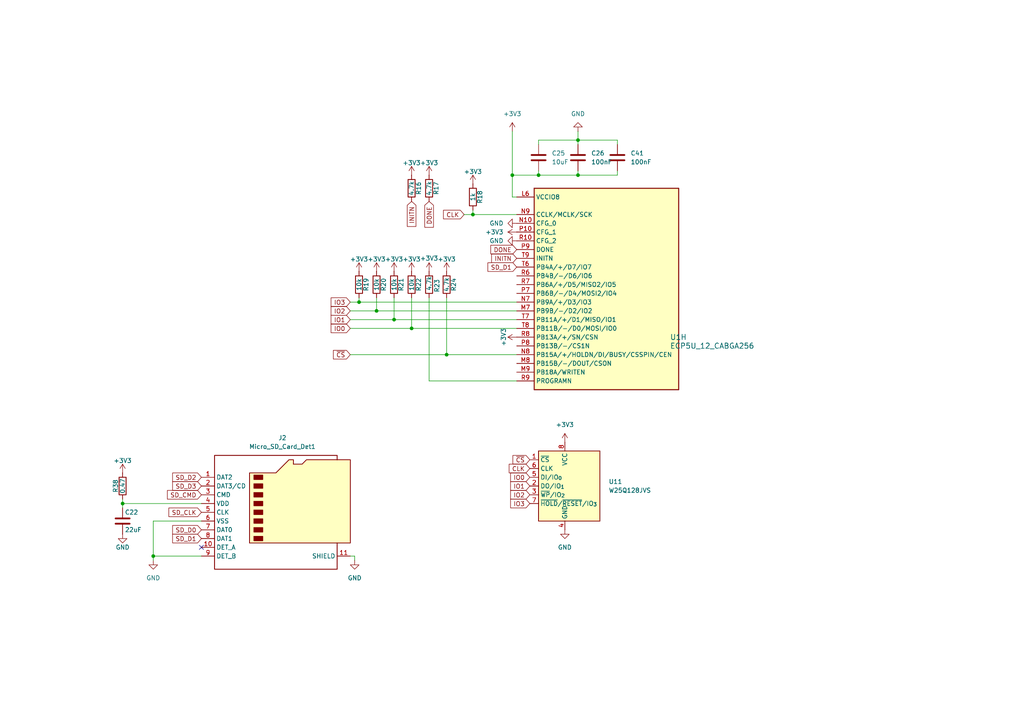
<source format=kicad_sch>
(kicad_sch (version 20250114) (generator "eeschema") (generator_version "9.0")
  (paper "A4")
  (lib_symbols
    (symbol "Connector:Micro_SD_Card_Det2"
      (property "Reference" "J" (at -16.51 17.78 0))
      (property "Value" "Micro_SD_Card_Det2" (at 16.51 17.78 0))
      (symbol "Micro_SD_Card_Det2_0_1"
        (polyline (pts (xy -8.89 -8.89) (xy -8.89 11.43) (xy -1.27 11.43) (xy 2.54 15.24) (xy 3.81 15.24) (xy 3.81 13.97) (xy 6.35 13.97) (xy 7.62 15.24) (xy 20.32 15.24) (xy 20.32 -8.89) (xy -8.89 -8.89)) (stroke (width 0.254)) (fill (type background)))
        (rectangle (start -7.62 10.795) (end -5.08 9.525) (stroke (width 0.254)) (fill (type outline)))
        (rectangle (start -7.62 8.255) (end -5.08 6.985) (stroke (width 0.254)) (fill (type outline)))
        (rectangle (start -7.62 5.715) (end -5.08 4.445) (stroke (width 0.254)) (fill (type outline)))
        (rectangle (start -7.62 3.175) (end -5.08 1.905) (stroke (width 0.254)) (fill (type outline)))
        (rectangle (start -7.62 0.635) (end -5.08 -0.635) (stroke (width 0.254)) (fill (type outline)))
        (rectangle (start -7.62 -1.905) (end -5.08 -3.175) (stroke (width 0.254)) (fill (type outline)))
        (rectangle (start -7.62 -4.445) (end -5.08 -5.715) (stroke (width 0.254)) (fill (type outline)))
        (rectangle (start -7.62 -6.985) (end -5.08 -8.255) (stroke (width 0.254)) (fill (type outline)))
        (polyline (pts (xy 16.51 15.24) (xy 16.51 16.51) (xy -19.05 16.51) (xy -19.05 -16.51) (xy 16.51 -16.51) (xy 16.51 -8.89)) (stroke (width 0.254)))
      )
      (symbol "Micro_SD_Card_Det2_1_1"
        (pin bidirectional line (at -22.86 10.16 0) (length 3.81) (name "DAT2") (number "1"))
        (pin bidirectional line (at -22.86 7.62 0) (length 3.81) (name "DAT3/CD") (number "2"))
        (pin input line (at -22.86 5.08 0) (length 3.81) (name "CMD") (number "3"))
        (pin power_in line (at -22.86 2.54 0) (length 3.81) (name "VDD") (number "4"))
        (pin input line (at -22.86 0 0) (length 3.81) (name "CLK") (number "5"))
        (pin power_in line (at -22.86 -2.54 0) (length 3.81) (name "VSS") (number "6"))
        (pin bidirectional line (at -22.86 -5.08 0) (length 3.81) (name "DAT0") (number "7"))
        (pin bidirectional line (at -22.86 -7.62 0) (length 3.81) (name "DAT1") (number "8"))
        (pin passive line (at -22.86 -10.16 0) (length 3.81) (name "DET_A") (number "10"))
        (pin passive line (at -22.86 -12.7 0) (length 3.81) (name "DET_B") (number "9"))
        (pin passive line (at 20.32 -12.7 180) (length 3.81) (name "SHIELD") (number "11"))
      )
    )
    (symbol "Device:C" (pin_numbers (hide yes)) (pin_names (offset 0.254))
      (property "Reference" "C" (at 0.635 2.54 0))
      (property "Value" "C" (at 0.635 -2.54 0))
      (symbol "C_0_1"
        (polyline (pts (xy -2.032 0.762) (xy 2.032 0.762)) (stroke (width 0.508)))
        (polyline (pts (xy -2.032 -0.762) (xy 2.032 -0.762)) (stroke (width 0.508)))
      )
      (symbol "C_1_1"
        (pin passive line (at 0 3.81 270) (length 2.794) (name "~") (number "1"))
        (pin passive line (at 0 -3.81 90) (length 2.794) (name "~") (number "2"))
      )
    )
    (symbol "Device:R" (pin_numbers (hide yes)) (pin_names (offset 0))
      (property "Reference" "R" (at 2.032 0 90))
      (property "Value" "R" (at 0 0 90))
      (symbol "R_0_1"
        (rectangle (start -1.016 -2.54) (end 1.016 2.54) (stroke (width 0.254)))
      )
      (symbol "R_1_1"
        (pin passive line (at 0 3.81 270) (length 1.27) (name "~") (number "1"))
        (pin passive line (at 0 -3.81 90) (length 1.27) (name "~") (number "2"))
      )
    )
    (symbol "ECP5U_12_CABGA256_4"
      (property "Reference" "U1" (at 22.86 -2.5399 0))
      (property "Value" "ECP5U_12_CABGA256" (at 22.86 -5.0799 0))
      (symbol "ECP5U_12_CABGA256_4_1_1"
        (rectangle (start -7.62 7.62) (end 6.35 -7.62) (stroke (width 0.001)) (fill (type background)))
        (pin power_in line (at -12.7 5.08 0) (length 5.08) (name "VCC[6]") (number "G6"))
        (pin power_in line (at -12.7 5.08 0) (length 5.08) (name "VCC[6]") (number "G7"))
        (pin power_in line (at -12.7 5.08 0) (length 5.08) (name "VCC[6]") (number "G9"))
        (pin power_in line (at -12.7 5.08 0) (length 5.08) (name "VCC[6]") (number "L10"))
        (pin power_in line (at -12.7 5.08 0) (length 5.08) (name "VCC[6]") (number "L8"))
        (pin power_in line (at -12.7 5.08 0) (length 5.08) (name "VCC[6]") (number "L9"))
        (pin power_in line (at -12.7 2.54 0) (length 5.08) (name "VCCAUX[2]") (number "G11"))
        (pin power_in line (at -12.7 2.54 0) (length 5.08) (name "VCCAUX[2]") (number "L7"))
        (pin power_in line (at -12.7 -5.08 0) (length 5.08) (name "GND[27]") (number "A1"))
        (pin power_in line (at -12.7 -5.08 0) (length 5.08) (name "GND[27]") (number "A16"))
        (pin power_in line (at -12.7 -5.08 0) (length 5.08) (name "GND[27]") (number "D15"))
        (pin power_in line (at -12.7 -5.08 0) (length 5.08) (name "GND[27]") (number "D2"))
        (pin power_in line (at -12.7 -5.08 0) (length 5.08) (name "GND[27]") (number "F8"))
        (pin power_in line (at -12.7 -5.08 0) (length 5.08) (name "GND[27]") (number "F9"))
        (pin power_in line (at -12.7 -5.08 0) (length 5.08) (name "GND[27]") (number "G10"))
        (pin power_in line (at -12.7 -5.08 0) (length 5.08) (name "GND[27]") (number "G8"))
        (pin power_in line (at -12.7 -5.08 0) (length 5.08) (name "GND[27]") (number "H1"))
        (pin power_in line (at -12.7 -5.08 0) (length 5.08) (name "GND[27]") (number "H10"))
        (pin power_in line (at -12.7 -5.08 0) (length 5.08) (name "GND[27]") (number "H16"))
        (pin power_in line (at -12.7 -5.08 0) (length 5.08) (name "GND[27]") (number "H8"))
        (pin power_in line (at -12.7 -5.08 0) (length 5.08) (name "GND[27]") (number "H9"))
        (pin power_in line (at -12.7 -5.08 0) (length 5.08) (name "GND[27]") (number "J10"))
        (pin power_in line (at -12.7 -5.08 0) (length 5.08) (name "GND[27]") (number "J8"))
        (pin power_in line (at -12.7 -5.08 0) (length 5.08) (name "GND[27]") (number "J9"))
        (pin power_in line (at -12.7 -5.08 0) (length 5.08) (name "GND[27]") (number "K10"))
        (pin power_in line (at -12.7 -5.08 0) (length 5.08) (name "GND[27]") (number "K6"))
        (pin power_in line (at -12.7 -5.08 0) (length 5.08) (name "GND[27]") (number "K7"))
        (pin power_in line (at -12.7 -5.08 0) (length 5.08) (name "GND[27]") (number "K8"))
        (pin power_in line (at -12.7 -5.08 0) (length 5.08) (name "GND[27]") (number "K9"))
        (pin power_in line (at -12.7 -5.08 0) (length 5.08) (name "GND[27]") (number "N15"))
        (pin power_in line (at -12.7 -5.08 0) (length 5.08) (name "GND[27]") (number "N2"))
        (pin power_in line (at -12.7 -5.08 0) (length 5.08) (name "GND[27]") (number "T1"))
        (pin power_in line (at -12.7 -5.08 0) (length 5.08) (name "GND[27]") (number "T12"))
        (pin power_in line (at -12.7 -5.08 0) (length 5.08) (name "GND[27]") (number "T16"))
        (pin power_in line (at -12.7 -5.08 0) (length 5.08) (name "GND[27]") (number "T5"))
      )
      (symbol "ECP5U_12_CABGA256_4_2_1"
        (rectangle (start -16.51 40.64) (end 8.89 -27.94) (stroke (width 0.305)) (fill (type background)))
        (pin power_in line (at -21.59 38.1 0) (length 5.08) (name "VCCIO0[2]") (number "F6"))
        (pin power_in line (at -21.59 38.1 0) (length 5.08) (name "VCCIO0[2]") (number "F7"))
        (pin bidirectional line (at -21.59 33.02 0) (length 5.08) (name "PT4A/+") (number "A2"))
        (pin bidirectional line (at -21.59 30.48 0) (length 5.08) (name "PT4B/-") (number "B3"))
        (pin bidirectional line (at -21.59 27.94 0) (length 5.08) (name "PT6A/+") (number "A3"))
        (pin bidirectional line (at -21.59 25.4 0) (length 5.08) (name "PT6B/-") (number "A4"))
        (pin bidirectional line (at -21.59 22.86 0) (length 5.08) (name "PT9A/+") (number "E4"))
        (pin bidirectional line (at -21.59 20.32 0) (length 5.08) (name "PT9B/-") (number "D4"))
        (pin bidirectional line (at -21.59 17.78 0) (length 5.08) (name "PT11A/+") (number "C4"))
        (pin bidirectional line (at -21.59 15.24 0) (length 5.08) (name "PT11B/-") (number "B4"))
        (pin bidirectional line (at -21.59 12.7 0) (length 5.08) (name "PT13A/+") (number "E5"))
        (pin bidirectional line (at -21.59 10.16 0) (length 5.08) (name "PT13B/-") (number "D5"))
        (pin bidirectional line (at -21.59 7.62 0) (length 5.08) (name "PT15A/+") (number "C5"))
        (pin bidirectional line (at -21.59 5.08 0) (length 5.08) (name "PT15B/-") (number "B5"))
        (pin bidirectional line (at -21.59 2.54 0) (length 5.08) (name "PT18A/+") (number "A5"))
        (pin bidirectional line (at -21.59 0 0) (length 5.08) (name "PT18B/-") (number "A6"))
        (pin bidirectional line (at -21.59 -2.54 0) (length 5.08) (name "PT20A/+") (number "E6"))
        (pin bidirectional line (at -21.59 -5.08 0) (length 5.08) (name "PT20B/-") (number "D6"))
        (pin bidirectional line (at -21.59 -7.62 0) (length 5.08) (name "PT22A/+") (number "C6"))
        (pin bidirectional line (at -21.59 -10.16 0) (length 5.08) (name "PT22B/-") (number "B6"))
        (pin bidirectional line (at -21.59 -12.7 0) (length 5.08) (name "PT24A/+/GR_PCLK0_1") (number "E7"))
        (pin bidirectional line (at -21.59 -15.24 0) (length 5.08) (name "PT24B/-/GR_PCLK0_0") (number "D7"))
        (pin bidirectional line (at -21.59 -17.78 0) (length 5.08) (name "PT27A/+/PCLKT0_1") (number "C7"))
        (pin bidirectional line (at -21.59 -20.32 0) (length 5.08) (name "PT27B/-/PCLKC0_1") (number "B7"))
        (pin bidirectional line (at -21.59 -22.86 0) (length 5.08) (name "PT29A/+/PCLKT0_0") (number "A7"))
        (pin bidirectional line (at -21.59 -25.4 0) (length 5.08) (name "PT29B/-/PCLKC0_0") (number "A8"))
      )
      (symbol "ECP5U_12_CABGA256_4_3_1"
        (rectangle (start -16.51 40.64) (end 8.89 -48.26) (stroke (width 0.305)) (fill (type background)))
        (pin power_in line (at -21.59 38.1 0) (length 5.08) (name "VCCIO1[2]") (number "F10"))
        (pin power_in line (at -21.59 38.1 0) (length 5.08) (name "VCCIO1[2]") (number "F11"))
        (pin bidirectional line (at -21.59 33.02 0) (length 5.08) (name "PT33A/+/PCLKT1_1") (number "E8"))
        (pin bidirectional line (at -21.59 30.48 0) (length 5.08) (name "PT33B/-/PCLKC1_1") (number "D8"))
        (pin bidirectional line (at -21.59 27.94 0) (length 5.08) (name "PT35A/+/PCLKT1_0") (number "C8"))
        (pin bidirectional line (at -21.59 25.4 0) (length 5.08) (name "PT35B/-/PCLKC1_0") (number "B8"))
        (pin bidirectional line (at -21.59 22.86 0) (length 5.08) (name "PT38A/+/GR_PCLK1_0") (number "B9"))
        (pin bidirectional line (at -21.59 20.32 0) (length 5.08) (name "PT38B/-/GR_PCLK1_1") (number "C9"))
        (pin bidirectional line (at -21.59 17.78 0) (length 5.08) (name "PT40A/+") (number "D9"))
        (pin bidirectional line (at -21.59 15.24 0) (length 5.08) (name "PT40B/-") (number "E9"))
        (pin bidirectional line (at -21.59 12.7 0) (length 5.08) (name "PT42A/+") (number "A9"))
        (pin bidirectional line (at -21.59 10.16 0) (length 5.08) (name "PT42B/-") (number "A10"))
        (pin bidirectional line (at -21.59 7.62 0) (length 5.08) (name "PT44A/+") (number "B10"))
        (pin bidirectional line (at -21.59 5.08 0) (length 5.08) (name "PT44B/-") (number "C10"))
        (pin bidirectional line (at -21.59 2.54 0) (length 5.08) (name "PT47A/+") (number "D10"))
        (pin bidirectional line (at -21.59 0 0) (length 5.08) (name "PT47B/-") (number "E10"))
        (pin bidirectional line (at -21.59 -2.54 0) (length 5.08) (name "PT49A/+") (number "B11"))
        (pin bidirectional line (at -21.59 -5.08 0) (length 5.08) (name "PT49B/-") (number "C11"))
        (pin bidirectional line (at -21.59 -7.62 0) (length 5.08) (name "PT51A/+") (number "D11"))
        (pin bidirectional line (at -21.59 -10.16 0) (length 5.08) (name "PT51B/-") (number "E11"))
        (pin bidirectional line (at -21.59 -12.7 0) (length 5.08) (name "PT53A/+") (number "A11"))
        (pin bidirectional line (at -21.59 -15.24 0) (length 5.08) (name "PT53B/-") (number "A12"))
        (pin bidirectional line (at -21.59 -17.78 0) (length 5.08) (name "PT56A/+") (number "B12"))
        (pin bidirectional line (at -21.59 -20.32 0) (length 5.08) (name "PT56B/-") (number "C12"))
        (pin bidirectional line (at -21.59 -22.86 0) (length 5.08) (name "PT58A/+") (number "D12"))
        (pin bidirectional line (at -21.59 -25.4 0) (length 5.08) (name "PT58B/-") (number "E12"))
        (pin bidirectional line (at -21.59 -27.94 0) (length 5.08) (name "PT60A/+") (number "B13"))
        (pin bidirectional line (at -21.59 -30.48 0) (length 5.08) (name "PT60B/-") (number "C13"))
        (pin bidirectional line (at -21.59 -33.02 0) (length 5.08) (name "PT62A/+") (number "D13"))
        (pin bidirectional line (at -21.59 -35.56 0) (length 5.08) (name "PT62B/-") (number "E13"))
        (pin bidirectional line (at -21.59 -38.1 0) (length 5.08) (name "PT65A/+") (number "A13"))
        (pin bidirectional line (at -21.59 -40.64 0) (length 5.08) (name "PT65B/-") (number "A14"))
        (pin bidirectional line (at -21.59 -43.18 0) (length 5.08) (name "PT67A/+") (number "B14"))
        (pin bidirectional line (at -21.59 -45.72 0) (length 5.08) (name "PT67B/-") (number "A15"))
      )
      (symbol "ECP5U_12_CABGA256_4_4_1"
        (rectangle (start -16.51 40.64) (end 21.59 -48.26) (stroke (width 0.305)) (fill (type background)))
        (pin power_in line (at -21.59 38.1 0) (length 5.08) (name "VCCIO2[2]") (number "H11"))
        (pin power_in line (at -21.59 38.1 0) (length 5.08) (name "VCCIO2[2]") (number "J11"))
        (pin bidirectional line (at -21.59 33.02 0) (length 5.08) (name "PR2A/+/HS/RDQ8") (number "B16"))
        (pin bidirectional line (at -21.59 30.48 0) (length 5.08) (name "PR2B/-/S0_IN/HS/RDQ8") (number "B15"))
        (pin bidirectional line (at -21.59 27.94 0) (length 5.08) (name "PR2C/+/RDQ8") (number "C14"))
        (pin bidirectional line (at -21.59 25.4 0) (length 5.08) (name "PR2D/-/RDQ8") (number "D14"))
        (pin bidirectional line (at -21.59 22.86 0) (length 5.08) (name "PR5A/+/HS/RDQ8") (number "C16"))
        (pin bidirectional line (at -21.59 20.32 0) (length 5.08) (name "PR5B/-/HS/RDQ8") (number "C15"))
        (pin bidirectional line (at -21.59 17.78 0) (length 5.08) (name "PR5C/+/RDQ8") (number "E14"))
        (pin bidirectional line (at -21.59 15.24 0) (length 5.08) (name "PR5D/-/RDQ8") (number "F14"))
        (pin bidirectional line (at -21.59 12.7 0) (length 5.08) (name "PR8A/+/HS/RDQS8") (number "D16"))
        (pin bidirectional line (at -21.59 10.16 0) (length 5.08) (name "PR8B/-/HS/RDQSN8") (number "E15"))
        (pin bidirectional line (at -21.59 7.62 0) (length 5.08) (name "PR8C/+/RDQ8") (number "F13"))
        (pin bidirectional line (at -21.59 5.08 0) (length 5.08) (name "PR8D/-/RDQ8") (number "F12"))
        (pin bidirectional line (at -21.59 2.54 0) (length 5.08) (name "PR11A/+/HS/RDQ8") (number "G12"))
        (pin bidirectional line (at -21.59 0 0) (length 5.08) (name "PR11B/-/HS/RDQ8") (number "G13"))
        (pin bidirectional line (at -21.59 -2.54 0) (length 5.08) (name "PR11C/+/RDQ8") (number "F15"))
        (pin bidirectional line (at -21.59 -5.08 0) (length 5.08) (name "PR11D/-/RDQ8") (number "E16"))
        (pin bidirectional line (at -21.59 -7.62 0) (length 5.08) (name "PR14A/+/HS/RDQ20") (number "F16"))
        (pin bidirectional line (at -21.59 -10.16 0) (length 5.08) (name "PR14B/-/HS/RDQ20") (number "G15"))
        (pin bidirectional line (at -21.59 -12.7 0) (length 5.08) (name "PR14C/+/VREF1_2/RDQ20") (number "G14"))
        (pin bidirectional line (at -21.59 -15.24 0) (length 5.08) (name "PR14D/-/RDQ20") (number "H14"))
        (pin bidirectional line (at -21.59 -17.78 0) (length 5.08) (name "PR17A/+/HS/RDQ20") (number "H12"))
        (pin bidirectional line (at -21.59 -20.32 0) (length 5.08) (name "PR17B/-/HS/RDQ20") (number "H13"))
        (pin bidirectional line (at -21.59 -22.86 0) (length 5.08) (name "PR17C/+/RDQ20") (number "J13"))
        (pin bidirectional line (at -21.59 -25.4 0) (length 5.08) (name "PR17D/-/RDQ20") (number "J12"))
        (pin bidirectional line (at -21.59 -27.94 0) (length 5.08) (name "PR20A/+/GR_PCLK2_1/HS/RDQS20") (number "G16"))
        (pin bidirectional line (at -21.59 -30.48 0) (length 5.08) (name "PR20B/-/HS/RDQSN20") (number "H15"))
        (pin bidirectional line (at -21.59 -33.02 0) (length 5.08) (name "PR20C/+/GR_PCLK2_0/RDQ20") (number "J14"))
        (pin bidirectional line (at -21.59 -35.56 0) (length 5.08) (name "PR20D/-/RDQ20") (number "K14"))
        (pin bidirectional line (at -21.59 -38.1 0) (length 5.08) (name "PR23A/+/PCLKT2_1/HS/RDQ20") (number "J16"))
        (pin bidirectional line (at -21.59 -40.64 0) (length 5.08) (name "PR23B/-/PCLKC2_1/HS/RDQ20") (number "J15"))
        (pin bidirectional line (at -21.59 -43.18 0) (length 5.08) (name "PR23C/+/PCLKT2_0/RDQ20") (number "K16"))
        (pin bidirectional line (at -21.59 -45.72 0) (length 5.08) (name "PR23D/-/PCLKC2_0/RDQ20") (number "K15"))
      )
      (symbol "ECP5U_12_CABGA256_4_5_1"
        (rectangle (start -16.51 40.64) (end 19.05 -48.26) (stroke (width 0.305)) (fill (type background)))
        (pin power_in line (at -21.59 38.1 0) (length 5.08) (name "VCCIO3[2]") (number "K11"))
        (pin power_in line (at -21.59 38.1 0) (length 5.08) (name "VCCIO3[2]") (number "L11"))
        (pin bidirectional line (at -21.59 33.02 0) (length 5.08) (name "PR26A/+/PCLKT3_1/HS/RDQ32") (number "L16"))
        (pin bidirectional line (at -21.59 30.48 0) (length 5.08) (name "PR26B/-/PCLKC3_1/HS/RDQ32") (number "L15"))
        (pin bidirectional line (at -21.59 27.94 0) (length 5.08) (name "PR26C/+/PCLKT3_0/RDQ32") (number "M16"))
        (pin bidirectional line (at -21.59 25.4 0) (length 5.08) (name "PR26D/-/PCLKC3_0/RDQ32") (number "M15"))
        (pin bidirectional line (at -21.59 22.86 0) (length 5.08) (name "PR29A/+/GR_PCLK3_0/HS/RDQ32") (number "K13"))
        (pin bidirectional line (at -21.59 20.32 0) (length 5.08) (name "PR29B/-/HS/RDQ32") (number "K12"))
        (pin bidirectional line (at -21.59 17.78 0) (length 5.08) (name "PR29C/+/GR_PCLK3_1/RDQ32") (number "L13"))
        (pin bidirectional line (at -21.59 15.24 0) (length 5.08) (name "PR29D/-/RDQ32") (number "L12"))
        (pin bidirectional line (at -21.59 12.7 0) (length 5.08) (name "PR32A/+/HS/RDQS32") (number "N16"))
        (pin bidirectional line (at -21.59 10.16 0) (length 5.08) (name "PR32B/-/HS/RDQSN32") (number "P15"))
        (pin bidirectional line (at -21.59 7.62 0) (length 5.08) (name "PR32C/+/RDQ32") (number "L14"))
        (pin bidirectional line (at -21.59 5.08 0) (length 5.08) (name "PR32D/-/RDQ32") (number "M14"))
        (pin bidirectional line (at -21.59 2.54 0) (length 5.08) (name "PR35A/+/HS/RDQ32") (number "P16"))
        (pin bidirectional line (at -21.59 0 0) (length 5.08) (name "PR35B/-/VREF1_3/HS/RDQ32") (number "R16"))
        (pin bidirectional line (at -21.59 -2.54 0) (length 5.08) (name "PR35C/+/RDQ32") (number "M13"))
        (pin bidirectional line (at -21.59 -5.08 0) (length 5.08) (name "PR35D/-/RDQ32") (number "N14"))
        (pin bidirectional line (at -21.59 -7.62 0) (length 5.08) (name "PR38A/+/HS/RDQ44") (number "N13"))
        (pin bidirectional line (at -21.59 -10.16 0) (length 5.08) (name "PR38B/-/HS/RDQ44") (number "P14"))
        (pin bidirectional line (at -21.59 -12.7 0) (length 5.08) (name "PR38C/+/RDQ44") (number "R15"))
        (pin bidirectional line (at -21.59 -15.24 0) (length 5.08) (name "PR38D/-/RDQ44") (number "T15"))
        (pin bidirectional line (at -21.59 -17.78 0) (length 5.08) (name "PR41A/+/HS/RDQ44") (number "P13"))
        (pin bidirectional line (at -21.59 -20.32 0) (length 5.08) (name "PR41B/-/HS/RDQ44") (number "R14"))
        (pin bidirectional line (at -21.59 -22.86 0) (length 5.08) (name "PR41C/+/RDQ44") (number "R13"))
        (pin bidirectional line (at -21.59 -25.4 0) (length 5.08) (name "PR41D/-/RDQ44") (number "T14"))
        (pin bidirectional line (at -21.59 -27.94 0) (length 5.08) (name "PR44A/+/HS/RDQS44") (number "R12"))
        (pin bidirectional line (at -21.59 -30.48 0) (length 5.08) (name "PR44B/-/HS/RDQSN44") (number "T13"))
        (pin bidirectional line (at -21.59 -33.02 0) (length 5.08) (name "PR44C/+/RDQ44") (number "M12"))
        (pin bidirectional line (at -21.59 -35.56 0) (length 5.08) (name "PR44D/-/RDQ44") (number "N12"))
        (pin bidirectional line (at -21.59 -38.1 0) (length 5.08) (name "PR47A/+/HS/RDQ44") (number "M11"))
        (pin bidirectional line (at -21.59 -40.64 0) (length 5.08) (name "PR47B/-/HS/RDQ44") (number "N11"))
        (pin bidirectional line (at -21.59 -43.18 0) (length 5.08) (name "PR47C/+/LRC_GPLL0T_IN/RDQ44") (number "P11"))
        (pin bidirectional line (at -21.59 -45.72 0) (length 5.08) (name "PR47D/-/LRC_GPLL0C_IN/RDQ44") (number "P12"))
      )
      (symbol "ECP5U_12_CABGA256_4_6_1"
        (rectangle (start -16.51 40.64) (end 19.05 -48.26) (stroke (width 0.305)) (fill (type background)))
        (pin power_in line (at -21.59 38.1 0) (length 5.08) (name "VCCIO6[2]") (number "J6"))
        (pin power_in line (at -21.59 38.1 0) (length 5.08) (name "VCCIO6[2]") (number "J7"))
        (pin bidirectional line (at -21.59 33.02 0) (length 5.08) (name "PL26A/+/PCLKT6_1/HS/LDQ32") (number "L1"))
        (pin bidirectional line (at -21.59 30.48 0) (length 5.08) (name "PL26B/-/PCLKC6_1/HS/LDQ32") (number "L2"))
        (pin bidirectional line (at -21.59 27.94 0) (length 5.08) (name "PL26C/+/PCLKT6_0/LDQ32") (number "M1"))
        (pin bidirectional line (at -21.59 25.4 0) (length 5.08) (name "PL26D/-/PCLKC6_0/LDQ32") (number "M2"))
        (pin bidirectional line (at -21.59 22.86 0) (length 5.08) (name "PL29A/+/GR_PCLK6_0/HS/LDQ32") (number "K4"))
        (pin bidirectional line (at -21.59 20.32 0) (length 5.08) (name "PL29B/-/HS/LDQ32") (number "K5"))
        (pin bidirectional line (at -21.59 17.78 0) (length 5.08) (name "PL29C/+/GR_PCLK6_1/LDQ32") (number "L4"))
        (pin bidirectional line (at -21.59 15.24 0) (length 5.08) (name "PL29D/-/LDQ32") (number "L5"))
        (pin bidirectional line (at -21.59 12.7 0) (length 5.08) (name "PL32A/+/HS/LDQS32") (number "N1"))
        (pin bidirectional line (at -21.59 10.16 0) (length 5.08) (name "PL32B/-/HS/LDQSN32") (number "P2"))
        (pin bidirectional line (at -21.59 7.62 0) (length 5.08) (name "PL32C/+/LDQ32") (number "L3"))
        (pin bidirectional line (at -21.59 5.08 0) (length 5.08) (name "PL32D/-/LDQ32") (number "M3"))
        (pin bidirectional line (at -21.59 2.54 0) (length 5.08) (name "PL35A/+/HS/LDQ32") (number "P1"))
        (pin bidirectional line (at -21.59 0 0) (length 5.08) (name "PL35B/-/VREF1_6/HS/LDQ32") (number "R1"))
        (pin bidirectional line (at -21.59 -2.54 0) (length 5.08) (name "PL35C/+/LDQ32") (number "M4"))
        (pin bidirectional line (at -21.59 -5.08 0) (length 5.08) (name "PL35D/-/LDQ32") (number "N3"))
        (pin bidirectional line (at -21.59 -7.62 0) (length 5.08) (name "PL38A/+/HS/LDQ44") (number "N4"))
        (pin bidirectional line (at -21.59 -10.16 0) (length 5.08) (name "PL38B/-/HS/LDQ44") (number "P3"))
        (pin bidirectional line (at -21.59 -12.7 0) (length 5.08) (name "PL38C/+/LDQ44") (number "R2"))
        (pin bidirectional line (at -21.59 -15.24 0) (length 5.08) (name "PL38D/-/LDQ44") (number "T2"))
        (pin bidirectional line (at -21.59 -17.78 0) (length 5.08) (name "PL41A/+/HS/LDQ44") (number "P4"))
        (pin bidirectional line (at -21.59 -20.32 0) (length 5.08) (name "PL41B/-/HS/LDQ44") (number "R3"))
        (pin bidirectional line (at -21.59 -22.86 0) (length 5.08) (name "PL41C/+/LDQ44") (number "R4"))
        (pin bidirectional line (at -21.59 -25.4 0) (length 5.08) (name "PL41D/-/LDQ44") (number "T3"))
        (pin bidirectional line (at -21.59 -27.94 0) (length 5.08) (name "PL44A/+/HS/LDQS44") (number "R5"))
        (pin bidirectional line (at -21.59 -30.48 0) (length 5.08) (name "PL44B/-/HS/LDQSN44") (number "T4"))
        (pin bidirectional line (at -21.59 -33.02 0) (length 5.08) (name "PL44C/+/LDQ44") (number "M5"))
        (pin bidirectional line (at -21.59 -35.56 0) (length 5.08) (name "PL44D/-/LDQ44") (number "N5"))
        (pin bidirectional line (at -21.59 -38.1 0) (length 5.08) (name "PL47A/+/HS/LDQ44") (number "M6"))
        (pin bidirectional line (at -21.59 -40.64 0) (length 5.08) (name "PL47B/-/HS/LDQ44") (number "N6"))
        (pin bidirectional line (at -21.59 -43.18 0) (length 5.08) (name "PL47C/+/LLC_GPLL0T_IN/LDQ44") (number "P6"))
        (pin bidirectional line (at -21.59 -45.72 0) (length 5.08) (name "PL47D/-/LLC_GPLL0C_IN/LDQ44") (number "P5"))
      )
      (symbol "ECP5U_12_CABGA256_4_7_1"
        (rectangle (start -16.51 40.64) (end 20.32 -46.99) (stroke (width 0.305)) (fill (type background)))
        (pin power_in line (at -21.59 38.1 0) (length 5.08) (name "VCCIO7[2]") (number "H6"))
        (pin power_in line (at -21.59 38.1 0) (length 5.08) (name "VCCIO7[2]") (number "H7"))
        (pin bidirectional line (at -21.59 34.29 0) (length 5.08) (name "PL2A/+/HS/LDQ8") (number "B1"))
        (pin bidirectional line (at -21.59 31.75 0) (length 5.08) (name "PL2B/-/HS/LDQ8") (number "B2"))
        (pin bidirectional line (at -21.59 29.21 0) (length 5.08) (name "PL2C/+/LDQ8") (number "C3"))
        (pin bidirectional line (at -21.59 26.67 0) (length 5.08) (name "PL2D/-/LDQ8") (number "D3"))
        (pin bidirectional line (at -21.59 24.13 0) (length 5.08) (name "PL5A/+/HS/LDQ8") (number "C1"))
        (pin bidirectional line (at -21.59 21.59 0) (length 5.08) (name "PL5B/-/HS/LDQ8") (number "C2"))
        (pin bidirectional line (at -21.59 19.05 0) (length 5.08) (name "PL5C/+/LDQ8") (number "E3"))
        (pin bidirectional line (at -21.59 16.51 0) (length 5.08) (name "PL5D/-/LDQ8") (number "F3"))
        (pin bidirectional line (at -21.59 13.97 0) (length 5.08) (name "PL8A/+/HS/LDQS8") (number "D1"))
        (pin bidirectional line (at -21.59 11.43 0) (length 5.08) (name "PL8B/-/HS/LDQSN8") (number "E2"))
        (pin bidirectional line (at -21.59 8.89 0) (length 5.08) (name "PL8C/+/LDQ8") (number "F4"))
        (pin bidirectional line (at -21.59 6.35 0) (length 5.08) (name "PL8D/-/LDQ8") (number "F5"))
        (pin bidirectional line (at -21.59 3.81 0) (length 5.08) (name "PL11A/+/HS/LDQ8") (number "G5"))
        (pin bidirectional line (at -21.59 1.27 0) (length 5.08) (name "PL11B/-/HS/LDQ8") (number "G4"))
        (pin bidirectional line (at -21.59 -1.27 0) (length 5.08) (name "PL11C/+/LDQ8") (number "F2"))
        (pin bidirectional line (at -21.59 -3.81 0) (length 5.08) (name "PL11D/-/LDQ8") (number "E1"))
        (pin bidirectional line (at -21.59 -6.35 0) (length 5.08) (name "PL14A/+/HS/LDQ20") (number "F1"))
        (pin bidirectional line (at -21.59 -8.89 0) (length 5.08) (name "PL14B/-/HS/LDQ20") (number "G2"))
        (pin bidirectional line (at -21.59 -11.43 0) (length 5.08) (name "PL14C/+/VREF1_7/LDQ20") (number "G3"))
        (pin bidirectional line (at -21.59 -13.97 0) (length 5.08) (name "PL14D/-/LDQ20") (number "H3"))
        (pin bidirectional line (at -21.59 -16.51 0) (length 5.08) (name "PL17A/+/HS/LDQ20") (number "H5"))
        (pin bidirectional line (at -21.59 -19.05 0) (length 5.08) (name "PL17B/-/HS/LDQ20") (number "H4"))
        (pin bidirectional line (at -21.59 -21.59 0) (length 5.08) (name "PL17C/+/LDQ20") (number "J4"))
        (pin bidirectional line (at -21.59 -24.13 0) (length 5.08) (name "PL17D/-/LDQ20") (number "J5"))
        (pin bidirectional line (at -21.59 -26.67 0) (length 5.08) (name "PL20A/+/GR_PCLK7_1/HS/LDQS20") (number "G1"))
        (pin bidirectional line (at -21.59 -29.21 0) (length 5.08) (name "PL20B/-/HS/LDQSN20") (number "H2"))
        (pin bidirectional line (at -21.59 -31.75 0) (length 5.08) (name "PL20C/+/GR_PCLK7_0/LDQ20") (number "J3"))
        (pin bidirectional line (at -21.59 -34.29 0) (length 5.08) (name "PL20D/-/LDQ20") (number "K3"))
        (pin bidirectional line (at -21.59 -36.83 0) (length 5.08) (name "PL23A/+/PCLKT7_1/HS/LDQ20") (number "J1"))
        (pin bidirectional line (at -21.59 -39.37 0) (length 5.08) (name "PL23B/-/PCLKC7_1/HS/LDQ20") (number "J2"))
        (pin bidirectional line (at -21.59 -41.91 0) (length 5.08) (name "PL23C/+/PCLKT7_0/LDQ20") (number "K1"))
        (pin bidirectional line (at -21.59 -44.45 0) (length 5.08) (name "PL23D/-/PCLKC7_0/LDQ20") (number "K2"))
      )
      (symbol "ECP5U_12_CABGA256_4_8_1"
        (rectangle (start -16.51 40.64) (end 25.4 -17.78) (stroke (width 0.305)) (fill (type background)))
        (pin power_in line (at -21.59 38.1 0) (length 5.08) (name "VCCIO8") (number "L6"))
        (pin bidirectional line (at -21.59 33.02 0) (length 5.08) (name "CCLK/MCLK/SCK") (number "N9"))
        (pin bidirectional line (at -21.59 30.48 0) (length 5.08) (name "CFG_0") (number "N10"))
        (pin bidirectional line (at -21.59 27.94 0) (length 5.08) (name "CFG_1") (number "P10"))
        (pin bidirectional line (at -21.59 25.4 0) (length 5.08) (name "CFG_2") (number "R10"))
        (pin bidirectional line (at -21.59 22.86 0) (length 5.08) (name "DONE") (number "P9"))
        (pin bidirectional line (at -21.59 20.32 0) (length 5.08) (name "INITN") (number "T9"))
        (pin bidirectional line (at -21.59 17.78 0) (length 5.08) (name "PB4A/+/D7/IO7") (number "T6"))
        (pin bidirectional line (at -21.59 15.24 0) (length 5.08) (name "PB4B/-/D6/IO6") (number "R6"))
        (pin bidirectional line (at -21.59 12.7 0) (length 5.08) (name "PB6A/+/D5/MISO2/IO5") (number "R7"))
        (pin bidirectional line (at -21.59 10.16 0) (length 5.08) (name "PB6B/-/D4/MOSI2/IO4") (number "P7"))
        (pin bidirectional line (at -21.59 7.62 0) (length 5.08) (name "PB9A/+/D3/IO3") (number "N7"))
        (pin bidirectional line (at -21.59 5.08 0) (length 5.08) (name "PB9B/-/D2/IO2") (number "M7"))
        (pin bidirectional line (at -21.59 2.54 0) (length 5.08) (name "PB11A/+/D1/MISO/IO1") (number "T7"))
        (pin bidirectional line (at -21.59 0 0) (length 5.08) (name "PB11B/-/D0/MOSI/IO0") (number "T8"))
        (pin bidirectional line (at -21.59 -2.54 0) (length 5.08) (name "PB13A/+/SN/CSN") (number "R8"))
        (pin bidirectional line (at -21.59 -5.08 0) (length 5.08) (name "PB13B/-/CS1N") (number "P8"))
        (pin bidirectional line (at -21.59 -7.62 0) (length 5.08) (name "PB15A/+/HOLDN/DI/BUSY/CSSPIN/CEN") (number "N8"))
        (pin bidirectional line (at -21.59 -10.16 0) (length 5.08) (name "PB15B/-/DOUT/CSON") (number "M8"))
        (pin bidirectional line (at -21.59 -12.7 0) (length 5.08) (name "PB18A/WRITEN") (number "M9"))
        (pin bidirectional line (at -21.59 -15.24 0) (length 5.08) (name "PROGRAMN") (number "R9"))
      )
      (symbol "ECP5U_12_CABGA256_4_9_1"
        (rectangle (start -2.54 6.35) (end 5.08 -6.35) (stroke (width 0.305)) (fill (type background)))
        (pin bidirectional line (at -7.62 3.81 0) (length 5.08) (name "TCK") (number "T10"))
        (pin bidirectional line (at -7.62 1.27 0) (length 5.08) (name "TDI") (number "R11"))
        (pin bidirectional line (at -7.62 -1.27 0) (length 5.08) (name "TDO") (number "M10"))
        (pin bidirectional line (at -7.62 -3.81 0) (length 5.08) (name "TMS") (number "T11"))
      )
    )
    (symbol "Memory_Flash:W25Q128JVS"
      (property "Reference" "U" (at -6.35 11.43 0))
      (property "Value" "W25Q128JVS" (at 7.62 11.43 0))
      (symbol "W25Q128JVS_0_1"
        (rectangle (start -7.62 10.16) (end 10.16 -10.16) (stroke (width 0.254)) (fill (type background)))
      )
      (symbol "W25Q128JVS_1_1"
        (pin input line (at -10.16 7.62 0) (length 2.54) (name "~{CS}") (number "1"))
        (pin input line (at -10.16 5.08 0) (length 2.54) (name "CLK") (number "6"))
        (pin bidirectional line (at -10.16 2.54 0) (length 2.54) (name "DI/IO_{0}") (number "5"))
        (pin bidirectional line (at -10.16 0 0) (length 2.54) (name "DO/IO_{1}") (number "2"))
        (pin bidirectional line (at -10.16 -2.54 0) (length 2.54) (name "~{WP}/IO_{2}") (number "3"))
        (pin bidirectional line (at -10.16 -5.08 0) (length 2.54) (name "~{HOLD}/~{RESET}/IO_{3}") (number "7"))
        (pin power_in line (at 0 12.7 270) (length 2.54) (name "VCC") (number "8"))
        (pin power_in line (at 0 -12.7 90) (length 2.54) (name "GND") (number "4"))
      )
    )
    (symbol "power:+3V3" (power) (pin_numbers (hide yes)) (pin_names (offset 0) (hide yes))
      (property "Value" "+3V3" (at 0 3.556 0))
      (symbol "+3V3_0_1"
        (polyline (pts (xy -0.762 1.27) (xy 0 2.54)))
        (polyline (pts (xy 0 2.54) (xy 0.762 1.27)))
        (polyline (pts (xy 0 0) (xy 0 2.54)))
      )
      (symbol "+3V3_1_1"
        (pin power_in line (at 0 0 90) (length 0) (name "~") (number "1"))
      )
    )
    (symbol "power:GND" (power) (pin_numbers (hide yes)) (pin_names (offset 0) (hide yes))
      (property "Value" "GND" (at 0 -3.81 0))
      (symbol "GND_0_1"
        (polyline (pts (xy 0 0) (xy 0 -1.27) (xy 1.27 -1.27) (xy 0 -2.54) (xy -1.27 -1.27) (xy 0 -1.27)))
      )
      (symbol "GND_1_1"
        (pin power_in line (at 0 0 270) (length 0) (name "~") (number "1"))
      )
    )
  )
  (junction (at 129.54 102.87))
  (junction (at 114.3 92.71))
  (junction (at 44.45 161.29))
  (junction (at 35.56 146.05))
  (junction (at 109.22 90.17))
  (junction (at 156.21 50.8))
  (junction (at 104.14 87.63))
  (junction (at 167.64 40.64))
  (junction (at 167.64 50.8))
  (junction (at 148.59 50.8))
  (junction (at 119.38 95.25))
  (junction (at 137.16 62.23))
  (no_connect (at 58.42 158.75))
  (wire (pts (xy 124.46 86.36) (xy 124.46 110.49)))
  (wire (pts (xy 167.64 50.8) (xy 179.07 50.8)))
  (wire (pts (xy 137.16 60.96) (xy 137.16 62.23)))
  (wire (pts (xy 102.87 161.29) (xy 101.6 161.29)))
  (wire (pts (xy 167.64 50.8) (xy 167.64 49.53)))
  (wire (pts (xy 114.3 92.71) (xy 114.3 86.36)))
  (wire (pts (xy 35.56 146.05) (xy 58.42 146.05)))
  (wire (pts (xy 101.6 92.71) (xy 114.3 92.71)))
  (wire (pts (xy 156.21 40.64) (xy 167.64 40.64)))
  (wire (pts (xy 148.59 38.1) (xy 148.59 50.8)))
  (wire (pts (xy 101.6 87.63) (xy 104.14 87.63)))
  (wire (pts (xy 44.45 151.13) (xy 44.45 161.29)))
  (wire (pts (xy 156.21 50.8) (xy 156.21 49.53)))
  (wire (pts (xy 179.07 50.8) (xy 179.07 49.53)))
  (wire (pts (xy 35.56 144.78) (xy 35.56 146.05)))
  (wire (pts (xy 104.14 87.63) (xy 104.14 86.36)))
  (wire (pts (xy 101.6 90.17) (xy 109.22 90.17)))
  (wire (pts (xy 119.38 86.36) (xy 119.38 95.25)))
  (wire (pts (xy 148.59 50.8) (xy 148.59 57.15)))
  (wire (pts (xy 134.62 62.23) (xy 137.16 62.23)))
  (wire (pts (xy 101.6 95.25) (xy 119.38 95.25)))
  (wire (pts (xy 119.38 95.25) (xy 149.86 95.25)))
  (wire (pts (xy 129.54 86.36) (xy 129.54 102.87)))
  (wire (pts (xy 167.64 40.64) (xy 179.07 40.64)))
  (wire (pts (xy 137.16 62.23) (xy 149.86 62.23)))
  (wire (pts (xy 167.64 40.64) (xy 167.64 41.91)))
  (wire (pts (xy 129.54 102.87) (xy 149.86 102.87)))
  (wire (pts (xy 114.3 92.71) (xy 149.86 92.71)))
  (wire (pts (xy 58.42 151.13) (xy 44.45 151.13)))
  (wire (pts (xy 44.45 161.29) (xy 44.45 162.56)))
  (wire (pts (xy 167.64 38.1) (xy 167.64 40.64)))
  (wire (pts (xy 148.59 57.15) (xy 149.86 57.15)))
  (wire (pts (xy 44.45 161.29) (xy 58.42 161.29)))
  (wire (pts (xy 156.21 40.64) (xy 156.21 41.91)))
  (wire (pts (xy 102.87 162.56) (xy 102.87 161.29)))
  (wire (pts (xy 179.07 40.64) (xy 179.07 41.91)))
  (wire (pts (xy 101.6 102.87) (xy 129.54 102.87)))
  (wire (pts (xy 156.21 50.8) (xy 167.64 50.8)))
  (wire (pts (xy 104.14 87.63) (xy 149.86 87.63)))
  (wire (pts (xy 35.56 146.05) (xy 35.56 147.32)))
  (wire (pts (xy 109.22 86.36) (xy 109.22 90.17)))
  (wire (pts (xy 109.22 90.17) (xy 149.86 90.17)))
  (wire (pts (xy 124.46 110.49) (xy 149.86 110.49)))
  (wire (pts (xy 148.59 50.8) (xy 156.21 50.8)))
  (global_label "IO3" (shape input) (at 101.6 87.63 180) (property "Intersheetrefs" "${INTERSHEET_REFS}" (effects (hide yes))))
  (global_label "IO3" (shape input) (at 153.67 146.05 180) (property "Intersheetrefs" "${INTERSHEET_REFS}" (effects (hide yes))))
  (global_label "CLK" (shape input) (at 153.67 135.89 180) (property "Intersheetrefs" "${INTERSHEET_REFS}" (effects (hide yes))))
  (global_label "~{CS}" (shape input) (at 101.6 102.87 180) (property "Intersheetrefs" "${INTERSHEET_REFS}" (effects (hide yes))))
  (global_label "IO1" (shape input) (at 101.6 92.71 180) (property "Intersheetrefs" "${INTERSHEET_REFS}" (effects (hide yes))))
  (global_label "INITN" (shape input) (at 149.86 74.93 180) (property "Intersheetrefs" "${INTERSHEET_REFS}" (effects (hide yes))))
  (global_label "IO2" (shape input) (at 153.67 143.51 180) (property "Intersheetrefs" "${INTERSHEET_REFS}" (effects (hide yes))))
  (global_label "INITN" (shape input) (at 119.38 58.42 270) (property "Intersheetrefs" "${INTERSHEET_REFS}" (effects (hide yes))))
  (global_label "SD_D2" (shape input) (at 58.42 138.43 180) (property "Intersheetrefs" "${INTERSHEET_REFS}" (effects (hide yes))))
  (global_label "SD_D1" (shape input) (at 58.42 156.21 180) (property "Intersheetrefs" "${INTERSHEET_REFS}" (effects (hide yes))))
  (global_label "~{CS}" (shape input) (at 153.67 133.35 180) (property "Intersheetrefs" "${INTERSHEET_REFS}" (effects (hide yes))))
  (global_label "IO0" (shape input) (at 153.67 138.43 180) (property "Intersheetrefs" "${INTERSHEET_REFS}" (effects (hide yes))))
  (global_label "DONE" (shape input) (at 149.86 72.39 180) (property "Intersheetrefs" "${INTERSHEET_REFS}" (effects (hide yes))))
  (global_label "IO2" (shape input) (at 101.6 90.17 180) (property "Intersheetrefs" "${INTERSHEET_REFS}" (effects (hide yes))))
  (global_label "IO1" (shape input) (at 153.67 140.97 180) (property "Intersheetrefs" "${INTERSHEET_REFS}" (effects (hide yes))))
  (global_label "SD_D1" (shape input) (at 149.86 77.47 180) (property "Intersheetrefs" "${INTERSHEET_REFS}" (effects (hide yes))))
  (global_label "SD_D3" (shape input) (at 58.42 140.97 180) (property "Intersheetrefs" "${INTERSHEET_REFS}" (effects (hide yes))))
  (global_label "SD_CLK" (shape input) (at 58.42 148.59 180) (property "Intersheetrefs" "${INTERSHEET_REFS}" (effects (hide yes))))
  (global_label "CLK" (shape input) (at 134.62 62.23 180) (property "Intersheetrefs" "${INTERSHEET_REFS}" (effects (hide yes))))
  (global_label "IO0" (shape input) (at 101.6 95.25 180) (property "Intersheetrefs" "${INTERSHEET_REFS}" (effects (hide yes))))
  (global_label "SD_CMD" (shape input) (at 58.42 143.51 180) (property "Intersheetrefs" "${INTERSHEET_REFS}" (effects (hide yes))))
  (global_label "SD_D0" (shape input) (at 58.42 153.67 180) (property "Intersheetrefs" "${INTERSHEET_REFS}" (effects (hide yes))))
  (global_label "DONE" (shape input) (at 124.46 58.42 270) (property "Intersheetrefs" "${INTERSHEET_REFS}" (effects (hide yes))))
  (symbol (lib_id "Device:R") (at 114.3 82.55 0) (unit 1)
    (property "Reference" "R21" (at 116.332 82.55 90))
    (property "Value" "10k" (at 114.3 82.55 90))
    (property "Footprint" "Resistor_SMD:R_0603_1608Metric" (effects (hide yes)))
  )
  (symbol (lib_id "power:+3V3") (at 114.3 78.74 0) (unit 1)
    (property "Reference" "#PWR075" (effects (hide yes)))
    (property "Value" "+3V3" (at 114.3 75.184 0))
  )
  (symbol (lib_id "Device:R") (at 119.38 82.55 0) (unit 1)
    (property "Reference" "R22" (at 121.412 82.55 90))
    (property "Value" "10k" (at 119.38 82.55 90))
    (property "Footprint" "Resistor_SMD:R_0603_1608Metric" (effects (hide yes)))
  )
  (symbol (lib_id "power:+3V3") (at 119.38 78.74 0) (unit 1)
    (property "Reference" "#PWR076" (effects (hide yes)))
    (property "Value" "+3V3" (at 119.38 75.184 0))
  )
  (symbol (lib_id "Device:R") (at 137.16 57.15 0) (unit 1)
    (property "Reference" "R18" (at 139.192 57.15 90))
    (property "Value" "1k" (at 137.16 57.15 90))
    (property "Footprint" "Resistor_SMD:R_0603_1608Metric" (effects (hide yes)))
  )
  (symbol (lib_id "power:+3V3") (at 137.16 53.34 0) (unit 1)
    (property "Reference" "#PWR069" (effects (hide yes)))
    (property "Value" "+3V3" (at 137.16 49.784 0))
  )
  (symbol (lib_id "Device:R") (at 129.54 82.55 0) (unit 1)
    (property "Reference" "R24" (at 131.572 82.55 90))
    (property "Value" "4.7k" (at 129.54 82.55 90))
    (property "Footprint" "Resistor_SMD:R_0603_1608Metric" (effects (hide yes)))
    (property "MNF1_URL" "www.yageo.com" (effects (hide yes)))
    (property "MPN" "AC0603FR-104K7L" (effects (hide yes)))
  )
  (symbol (lib_id "power:+3V3") (at 129.54 78.74 0) (unit 1)
    (property "Reference" "#PWR078" (effects (hide yes)))
    (property "Value" "+3V3" (at 129.54 75.184 0))
  )
  (symbol (lib_id "power:+3V3") (at 104.14 78.74 0) (unit 1)
    (property "Reference" "#PWR073" (effects (hide yes)))
    (property "Value" "+3V3" (at 104.14 75.184 0))
  )
  (symbol (lib_id "Device:R") (at 109.22 82.55 0) (unit 1)
    (property "Reference" "R20" (at 111.252 82.55 90))
    (property "Value" "10k" (at 109.22 82.55 90))
    (property "Footprint" "Resistor_SMD:R_0603_1608Metric" (effects (hide yes)))
  )
  (symbol (lib_id "power:+3V3") (at 109.22 78.74 0) (unit 1)
    (property "Reference" "#PWR074" (effects (hide yes)))
    (property "Value" "+3V3" (at 109.22 75.184 0))
  )
  (symbol (lib_id "power:+3V3") (at 35.56 137.16 0) (unit 1)
    (property "Reference" "#PWR0148" (effects (hide yes)))
    (property "Value" "+3V3" (at 35.56 133.604 0))
  )
  (symbol (lib_id "Device:R") (at 35.56 140.97 180) (unit 1)
    (property "Reference" "R38" (at 33.528 140.97 90))
    (property "Value" "0.47" (at 35.56 140.97 90))
    (property "Footprint" "Resistor_SMD:R_0603_1608Metric" (effects (hide yes)))
    (property "MFG1" "CTS" (effects (hide yes)))
    (property "MNF1_URL" "www.ctscorp.com" (effects (hide yes)))
    (property "MPN" "73L2R47J" (effects (hide yes)))
    (property "Mouser" "774-73L2R47J" (effects (hide yes)))
    (property "Digikey" "73L2R47JCT-ND" (effects (hide yes)))
    (property "Newark" "32K1357" (effects (hide yes)))
    (property "LCSC" "C158884" (effects (hide yes)))
    (property "Koncar" "FR001" (effects (hide yes)))
  )
  (symbol (lib_id "power:GND") (at 35.56 154.94 0) (unit 1)
    (property "Reference" "#PWR0149" (effects (hide yes)))
    (property "Value" "GND" (at 35.56 158.75 0))
  )
  (symbol (lib_id "power:+3V3") (at 148.59 38.1 0) (unit 1)
    (property "Reference" "#PWR065" (effects (hide yes)))
    (property "Value" "+3V3" (at 148.59 33.02 0))
    (property "Description" "Power symbol creates a global label with name \"+3V3\"" (effects (hide yes)))
  )
  (symbol (lib_id "power:+3V3") (at 124.46 50.8 0) (unit 1)
    (property "Reference" "#PWR068" (effects (hide yes)))
    (property "Value" "+3V3" (at 124.46 47.244 0))
  )
  (symbol (lib_id "Connector:Micro_SD_Card_Det2") (at 81.28 148.59 0) (unit 1)
    (property "Reference" "J2" (at 81.915 127 0))
    (property "Value" "Micro_SD_Card_Det1" (at 81.915 129.54 0))
    (property "Footprint" "anice-lib:SDCard molex" (effects (hide yes)))
    (property "Datasheet" "https://www.hirose.com/en/product/document?clcode=&productname=&series=DM3&documenttype=Catalog&lang=en&documentid=D49662_en" (effects (hide yes)))
    (property "Description" "Micro SD Card Socket with two card detection pins" (effects (hide yes)))
    (property "LCSC Part" "C20613194" (effects (hide yes)))
  )
  (symbol (lib_id "power:+3V3") (at 119.38 50.8 0) (unit 1)
    (property "Reference" "#PWR067" (effects (hide yes)))
    (property "Value" "+3V3" (at 119.38 47.244 0))
  )
  (symbol (lib_id "Device:C") (at 156.21 45.72 0) (unit 1)
    (property "Reference" "C25" (at 160.02 44.4499 0) (effects (justify left)))
    (property "Value" "10uF" (at 160.02 46.9899 0) (effects (justify left)))
    (property "Footprint" "Capacitor_SMD:C_0603_1608Metric" (effects (hide yes)))
    (property "Description" "Unpolarized capacitor" (effects (hide yes)))
  )
  (symbol (lib_id "Device:R") (at 119.38 54.61 0) (unit 1)
    (property "Reference" "R16" (at 121.412 54.61 90))
    (property "Value" "4.7k" (at 119.38 54.61 90))
    (property "Footprint" "Resistor_SMD:R_0603_1608Metric" (effects (hide yes)))
    (property "MNF1_URL" "www.yageo.com" (effects (hide yes)))
    (property "MPN" "AC0603FR-104K7L" (effects (hide yes)))
  )
  (symbol (lib_id "Device:R") (at 124.46 54.61 0) (unit 1)
    (property "Reference" "R17" (at 126.492 54.61 90))
    (property "Value" "4.7k" (at 124.46 54.61 90))
    (property "Footprint" "Resistor_SMD:R_0603_1608Metric" (effects (hide yes)))
    (property "MNF1_URL" "www.yageo.com" (effects (hide yes)))
    (property "MPN" "AC0603FR-104K7L" (effects (hide yes)))
  )
  (symbol (lib_id "power:+3V3") (at 149.86 97.79 90) (unit 1)
    (property "Reference" "#PWR079" (effects (hide yes)))
    (property "Value" "+3V3" (at 146.05 97.79 0))
  )
  (symbol (lib_id "power:GND") (at 167.64 38.1 180) (unit 1)
    (property "Reference" "#PWR066" (effects (hide yes)))
    (property "Value" "GND" (at 167.64 33.02 0))
    (property "Description" "Power symbol creates a global label with name \"GND\" , ground" (effects (hide yes)))
  )
  (symbol (lib_id "power:+3V3") (at 163.83 128.27 0) (unit 1)
    (property "Reference" "#PWR080" (effects (hide yes)))
    (property "Value" "+3V3" (at 163.83 123.19 0))
    (property "Description" "Power symbol creates a global label with name \"+3V3\"" (effects (hide yes)))
  )
  (symbol (lib_name "ECP5U_12_CABGA256_4") (lib_id "josh-ic:ECP5U_12_CABGA256") (at 171.45 95.25 0) (unit 8)
    (property "Reference" "U1" (at 194.31 97.7899 0) (effects (font (size 1.524 1.524)) (justify left)))
    (property "Value" "ECP5U_12_CABGA256" (at 194.31 100.3299 0) (effects (font (size 1.524 1.524)) (justify left)))
    (property "Footprint" "Package_BGA:BGA-256_14.0x14.0mm_Layout16x16_P0.8mm_Ball0.45mm_Pad0.32mm_NSMD" (effects (hide yes)))
    (property "Datasheet" "https://www.lcsc.com/datasheet/lcsc_datasheet_2411220131_Lattice-LFE5U-25F-6BG256C_C1521614.pdf" (effects (hide yes)))
    (property "LCSC Part" " C1521614" (effects (hide yes)))
  )
  (symbol (lib_id "Device:C") (at 179.07 45.72 0) (unit 1)
    (property "Reference" "C41" (at 182.88 44.4499 0) (effects (justify left)))
    (property "Value" "100nF" (at 182.88 46.9899 0) (effects (justify left)))
    (property "Footprint" "Capacitor_SMD:C_0402_1005Metric" (effects (hide yes)))
    (property "Description" "Unpolarized capacitor" (effects (hide yes)))
  )
  (symbol (lib_id "Memory_Flash:W25Q128JVS") (at 163.83 140.97 0) (unit 1)
    (property "Reference" "U11" (at 176.53 139.6999 0) (effects (justify left)))
    (property "Value" "W25Q128JVS" (at 176.53 142.2399 0) (effects (justify left)))
    (property "Footprint" "Package_SO:SOIC-8_5.3x5.3mm_P1.27mm" (effects (hide yes)))
    (property "Datasheet" "https://www.winbond.com/resource-files/w25q128jv_dtr%20revc%2003272018%20plus.pdf" (effects (hide yes)))
    (property "Description" "128Mbit / 16MiB Serial Flash Memory, Standard/Dual/Quad SPI, 2.7-3.6V, SOIC-8" (effects (hide yes)))
    (property "LCSC Part" " C97521" (effects (hide yes)))
  )
  (symbol (lib_id "Device:C") (at 35.56 151.13 0) (unit 1)
    (property "Reference" "C22" (at 36.195 148.59 0) (effects (justify left)))
    (property "Value" "22uF" (at 36.195 153.67 0) (effects (justify left)))
    (property "Footprint" "Capacitor_SMD:C_0603_1608Metric" (effects (hide yes)))
    (property "MNF1_URL" "www.yageo.com" (effects (hide yes)))
    (property "MPN" "CC0805ZKY5V5BB226 " (effects (hide yes)))
  )
  (symbol (lib_id "Device:R") (at 104.14 82.55 0) (unit 1)
    (property "Reference" "R19" (at 106.172 82.55 90))
    (property "Value" "10k" (at 104.14 82.55 90))
    (property "Footprint" "Resistor_SMD:R_0603_1608Metric" (effects (hide yes)))
    (property "MNF1_URL" "www.yageo.com" (effects (hide yes)))
    (property "MPN" "RC0603FR-0710KL" (effects (hide yes)))
    (property "Mouser" "603-RC0603FR-0710KL" (effects (hide yes)))
    (property "Digikey" "311-10KLMCT-ND" (effects (hide yes)))
    (property "Newark" "94X1379" (effects (hide yes)))
    (property "LCSC" "C15401" (effects (hide yes)))
    (property "Koncar" "FR013" (effects (hide yes)))
  )
  (symbol (lib_id "power:GND") (at 102.87 162.56 0) (unit 1)
    (property "Reference" "#PWR051" (effects (hide yes)))
    (property "Value" "GND" (at 102.87 167.64 0))
    (property "Description" "Power symbol creates a global label with name \"GND\" , ground" (effects (hide yes)))
  )
  (symbol (lib_id "power:GND") (at 163.83 153.67 0) (unit 1)
    (property "Reference" "#PWR081" (effects (hide yes)))
    (property "Value" "GND" (at 163.83 158.75 0))
    (property "Description" "Power symbol creates a global label with name \"GND\" , ground" (effects (hide yes)))
  )
  (symbol (lib_id "power:+3V3") (at 124.46 78.74 0) (unit 1)
    (property "Reference" "#PWR077" (effects (hide yes)))
    (property "Value" "+3V3" (at 124.46 74.93 0))
  )
  (symbol (lib_id "power:GND") (at 44.45 162.56 0) (unit 1)
    (property "Reference" "#PWR053" (effects (hide yes)))
    (property "Value" "GND" (at 44.45 167.64 0))
    (property "Description" "Power symbol creates a global label with name \"GND\" , ground" (effects (hide yes)))
  )
  (symbol (lib_id "power:+3V3") (at 149.86 67.31 90) (unit 1)
    (property "Reference" "#PWR071" (effects (hide yes)))
    (property "Value" "+3V3" (at 146.05 67.3099 90) (effects (justify left)))
    (property "Description" "Power symbol creates a global label with name \"+3V3\"" (effects (hide yes)))
  )
  (symbol (lib_id "Device:C") (at 167.64 45.72 0) (unit 1)
    (property "Reference" "C26" (at 171.45 44.4499 0) (effects (justify left)))
    (property "Value" "100nF" (at 171.45 46.9899 0) (effects (justify left)))
    (property "Footprint" "Capacitor_SMD:C_0402_1005Metric" (effects (hide yes)))
    (property "Description" "Unpolarized capacitor" (effects (hide yes)))
  )
  (symbol (lib_id "Device:R") (at 124.46 82.55 0) (unit 1)
    (property "Reference" "R23" (at 126.746 84.836 90) (effects (justify left)))
    (property "Value" "4.7k" (at 124.46 84.328 90) (effects (justify left)))
    (property "Footprint" "Resistor_SMD:R_0603_1608Metric" (effects (hide yes)))
    (property "MPN" "RC0402JR-075K1L\n" (effects (hide yes)))
    (property "Manufacturer" "Yageo" (effects (hide yes)))
    (property "Manufacturer2" "UNI-ROYAL(Uniroyal Elec)" (effects (hide yes)))
  )
  (symbol (lib_id "power:GND") (at 149.86 64.77 270) (unit 1)
    (property "Reference" "#PWR070" (effects (hide yes)))
    (property "Value" "GND" (at 146.05 64.7699 90) (effects (justify right)))
    (property "Description" "Power symbol creates a global label with name \"GND\" , ground" (effects (hide yes)))
  )
  (symbol (lib_id "power:GND") (at 149.86 69.85 270) (unit 1)
    (property "Reference" "#PWR072" (effects (hide yes)))
    (property "Value" "GND" (at 146.05 69.8499 90) (effects (justify right)))
    (property "Description" "Power symbol creates a global label with name \"GND\" , ground" (effects (hide yes)))
  )
)
</source>
